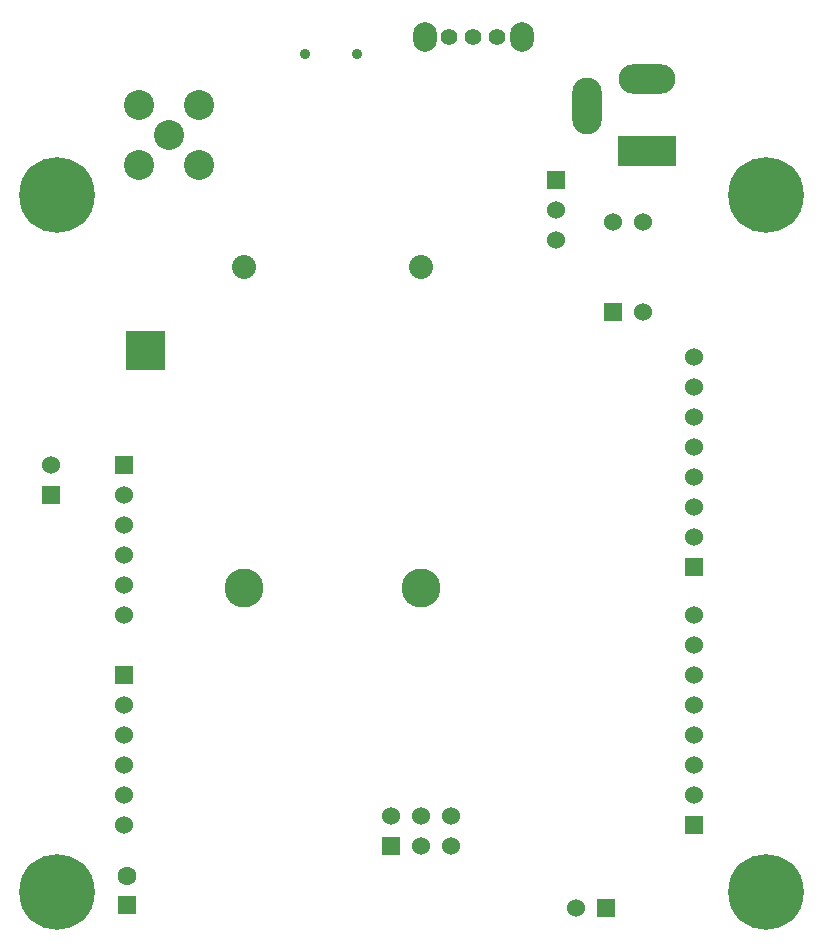
<source format=gbs>
G04 (created by PCBNEW (2013-07-07 BZR 4022)-stable) date Sat 17 Aug 2013 05:37:42 PM NZST*
%MOIN*%
G04 Gerber Fmt 3.4, Leading zero omitted, Abs format*
%FSLAX34Y34*%
G01*
G70*
G90*
G04 APERTURE LIST*
%ADD10C,0.00590551*%
%ADD11C,0.0354*%
%ADD12C,0.252*%
%ADD13R,0.06X0.06*%
%ADD14C,0.06*%
%ADD15C,0.1*%
%ADD16R,0.0629921X0.0629921*%
%ADD17C,0.0629921*%
%ADD18O,0.189X0.0984252*%
%ADD19R,0.19685X0.0984252*%
%ADD20O,0.0984252X0.189*%
%ADD21C,0.0551181*%
%ADD22O,0.0787402X0.0984252*%
%ADD23C,0.08*%
%ADD24C,0.13*%
%ADD25R,0.0708661X0.0708661*%
G04 APERTURE END LIST*
G54D10*
G54D11*
X29634Y-21800D03*
X31366Y-21800D03*
G54D12*
X21380Y-26500D03*
X21380Y-49730D03*
X45000Y-26500D03*
X45000Y-49730D03*
G54D13*
X39900Y-30400D03*
G54D14*
X40900Y-30400D03*
X40900Y-27400D03*
X39900Y-27400D03*
G54D13*
X42600Y-47500D03*
G54D14*
X42600Y-46500D03*
X42600Y-45500D03*
X42600Y-44500D03*
X42600Y-43500D03*
X42600Y-42500D03*
X42600Y-41500D03*
X42600Y-40500D03*
G54D13*
X42600Y-38900D03*
G54D14*
X42600Y-37900D03*
X42600Y-36900D03*
X42600Y-35900D03*
X42600Y-34900D03*
X42600Y-33900D03*
X42600Y-32900D03*
X42600Y-31900D03*
G54D13*
X32500Y-48200D03*
G54D14*
X32500Y-47200D03*
X33500Y-48200D03*
X33500Y-47200D03*
X34500Y-48200D03*
X34500Y-47200D03*
G54D13*
X38000Y-26000D03*
G54D14*
X38000Y-27000D03*
X38000Y-28000D03*
G54D13*
X21161Y-36523D03*
G54D14*
X21161Y-35523D03*
G54D13*
X39673Y-50295D03*
G54D14*
X38673Y-50295D03*
G54D13*
X23600Y-42500D03*
G54D14*
X23600Y-43500D03*
X23600Y-44500D03*
X23600Y-45500D03*
X23600Y-46500D03*
X23600Y-47500D03*
G54D13*
X23600Y-35500D03*
G54D14*
X23600Y-36500D03*
X23600Y-37500D03*
X23600Y-38500D03*
X23600Y-39500D03*
X23600Y-40500D03*
G54D15*
X25100Y-24500D03*
X26100Y-23500D03*
X24100Y-23500D03*
X24100Y-25500D03*
X26100Y-25500D03*
G54D16*
X23700Y-50192D03*
G54D17*
X23700Y-49207D03*
G54D18*
X41043Y-22637D03*
G54D19*
X41043Y-25037D03*
G54D20*
X39043Y-23537D03*
G54D21*
X35236Y-21259D03*
X36023Y-21259D03*
X34448Y-21259D03*
G54D22*
X33622Y-21259D03*
X36850Y-21259D03*
G54D23*
X33505Y-28918D03*
X27605Y-28918D03*
G54D24*
X33505Y-39618D03*
X27605Y-39618D03*
G54D25*
X24625Y-31377D03*
X24625Y-32007D03*
X23996Y-31377D03*
X23996Y-32007D03*
M02*

</source>
